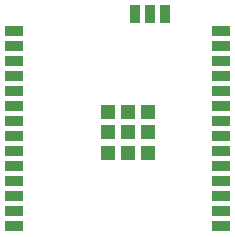
<source format=gbr>
%TF.GenerationSoftware,KiCad,Pcbnew,9.0.7*%
%TF.CreationDate,2026-02-08T20:49:07-05:00*%
%TF.ProjectId,esp32-c5-wroom-1u,65737033-322d-4633-952d-77726f6f6d2d,rev?*%
%TF.SameCoordinates,Original*%
%TF.FileFunction,Copper,L1,Top*%
%TF.FilePolarity,Positive*%
%FSLAX46Y46*%
G04 Gerber Fmt 4.6, Leading zero omitted, Abs format (unit mm)*
G04 Created by KiCad (PCBNEW 9.0.7) date 2026-02-08 20:49:07*
%MOMM*%
%LPD*%
G01*
G04 APERTURE LIST*
%TA.AperFunction,SMDPad,CuDef*%
%ADD10R,1.500000X0.900000*%
%TD*%
%TA.AperFunction,SMDPad,CuDef*%
%ADD11R,1.300000X1.300000*%
%TD*%
%TA.AperFunction,SMDPad,CuDef*%
%ADD12R,0.900000X1.500000*%
%TD*%
G04 APERTURE END LIST*
D10*
%TO.P,U1,1,GND*%
%TO.N,Net-(U1-GND-Pad1)*%
X140000000Y-90490000D03*
%TO.P,U1,2,3V3*%
%TO.N,unconnected-(U1-3V3-Pad2)*%
X140000000Y-91760000D03*
%TO.P,U1,3,EN/CHIP_PU*%
%TO.N,unconnected-(U1-EN{slash}CHIP_PU-Pad3)*%
X140000000Y-93030000D03*
%TO.P,U1,4,GPIO2*%
%TO.N,unconnected-(U1-GPIO2-Pad4)*%
X140000000Y-94300000D03*
%TO.P,U1,5,GPIO3*%
%TO.N,unconnected-(U1-GPIO3-Pad5)*%
X140000000Y-95570000D03*
%TO.P,U1,6,GPIO0*%
%TO.N,unconnected-(U1-GPIO0-Pad6)*%
X140000000Y-96840000D03*
%TO.P,U1,7,GPIO1*%
%TO.N,unconnected-(U1-GPIO1-Pad7)*%
X140000000Y-98110000D03*
%TO.P,U1,8,GPIO6*%
%TO.N,unconnected-(U1-GPIO6-Pad8)*%
X140000000Y-99380000D03*
%TO.P,U1,9,GPIO7*%
%TO.N,unconnected-(U1-GPIO7-Pad9)*%
X140000000Y-100650000D03*
%TO.P,U1,10,GPIO8*%
%TO.N,unconnected-(U1-GPIO8-Pad10)*%
X140000000Y-101920000D03*
%TO.P,U1,11,GPIO9*%
%TO.N,unconnected-(U1-GPIO9-Pad11)*%
X140000000Y-103190000D03*
%TO.P,U1,12,GPIO10*%
%TO.N,unconnected-(U1-GPIO10-Pad12)*%
X140000000Y-104460000D03*
%TO.P,U1,13,GPIO13/USB_D-*%
%TO.N,unconnected-(U1-GPIO13{slash}USB_D--Pad13)*%
X140000000Y-105730000D03*
%TO.P,U1,14,GPIO14/USB_D+*%
%TO.N,unconnected-(U1-GPIO14{slash}USB_D+-Pad14)*%
X140000000Y-107000000D03*
%TO.P,U1,15,GPIO28*%
%TO.N,unconnected-(U1-GPIO28-Pad15)*%
X157500000Y-107000000D03*
%TO.P,U1,16,GPIO5*%
%TO.N,unconnected-(U1-GPIO5-Pad16)*%
X157500000Y-105730000D03*
%TO.P,U1,17,GPIO4*%
%TO.N,unconnected-(U1-GPIO4-Pad17)*%
X157500000Y-104460000D03*
%TO.P,U1,18,GPIO27*%
%TO.N,unconnected-(U1-GPIO27-Pad18)*%
X157500000Y-103190000D03*
%TO.P,U1,19,GPIO15*%
%TO.N,unconnected-(U1-GPIO15-Pad19)*%
X157500000Y-101920000D03*
%TO.P,U1,20,NC*%
%TO.N,unconnected-(U1-NC-Pad20)*%
X157500000Y-100650000D03*
%TO.P,U1,21,GPIO23*%
%TO.N,unconnected-(U1-GPIO23-Pad21)*%
X157500000Y-99380000D03*
%TO.P,U1,22,NC*%
%TO.N,unconnected-(U1-NC-Pad22)*%
X157500000Y-98110000D03*
%TO.P,U1,23,GPIO24*%
%TO.N,unconnected-(U1-GPIO24-Pad23)*%
X157500000Y-96840000D03*
%TO.P,U1,24,U0RXD/GPIO12*%
%TO.N,unconnected-(U1-U0RXD{slash}GPIO12-Pad24)*%
X157500000Y-95570000D03*
%TO.P,U1,25,U0TXD/GPIO11*%
%TO.N,unconnected-(U1-U0TXD{slash}GPIO11-Pad25)*%
X157500000Y-94300000D03*
%TO.P,U1,26,GPIO25*%
%TO.N,unconnected-(U1-GPIO25-Pad26)*%
X157500000Y-93030000D03*
%TO.P,U1,27,GPIO26*%
%TO.N,unconnected-(U1-GPIO26-Pad27)*%
X157500000Y-91760000D03*
%TO.P,U1,28,GND*%
%TO.N,Net-(U1-GND-Pad1)*%
X157500000Y-90490000D03*
D11*
%TO.P,U1,29,GND*%
X147879800Y-97378000D03*
X147879800Y-99078000D03*
X147879800Y-100778000D03*
X149579800Y-97378000D03*
X149579800Y-99078000D03*
X149579800Y-100778000D03*
X151279800Y-97378000D03*
X151279800Y-99078000D03*
X151279800Y-100778000D03*
D12*
%TO.P,U1,30,GND*%
X152750000Y-89050000D03*
%TO.P,U1,31,ANT2*%
%TO.N,unconnected-(U1-ANT2-Pad31)*%
X151480000Y-89050000D03*
%TO.P,U1,32,GND*%
%TO.N,Net-(U1-GND-Pad1)*%
X150210000Y-89050000D03*
%TD*%
M02*

</source>
